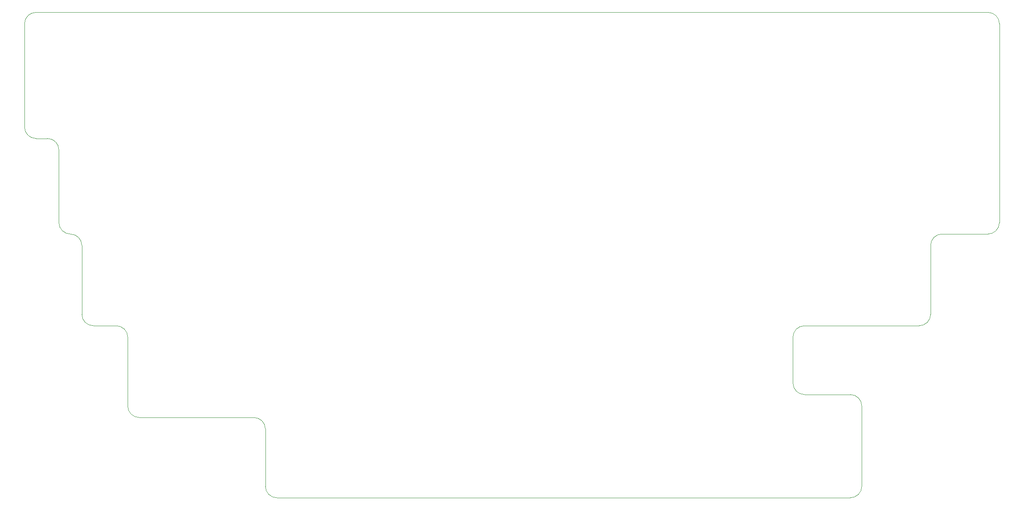
<source format=gm1>
G04 #@! TF.GenerationSoftware,KiCad,Pcbnew,(5.1.5)-3*
G04 #@! TF.CreationDate,2020-11-11T12:05:22-06:00*
G04 #@! TF.ProjectId,masochist,6d61736f-6368-4697-9374-2e6b69636164,rev?*
G04 #@! TF.SameCoordinates,Original*
G04 #@! TF.FileFunction,Profile,NP*
%FSLAX46Y46*%
G04 Gerber Fmt 4.6, Leading zero omitted, Abs format (unit mm)*
G04 Created by KiCad (PCBNEW (5.1.5)-3) date 2020-11-11 12:05:22*
%MOMM*%
%LPD*%
G04 APERTURE LIST*
%ADD10C,0.050000*%
G04 APERTURE END LIST*
D10*
X108743750Y-130175000D02*
X108743750Y-118268750D01*
X232568750Y-130175000D02*
X232568750Y-113506250D01*
X62706250Y-57943750D02*
X63500000Y-57943750D01*
X61118750Y-57943750D02*
X62706250Y-57943750D01*
X58737500Y-34131250D02*
X58737500Y-55562500D01*
X61118750Y-57943750D02*
G75*
G02X58737500Y-55562500I0J2381250D01*
G01*
X65881250Y-75406250D02*
X65881250Y-60325000D01*
X63500000Y-57943750D02*
G75*
G02X65881250Y-60325000I0J-2381250D01*
G01*
X68262500Y-77787500D02*
G75*
G02X65881250Y-75406250I0J2381250D01*
G01*
X68262500Y-31750000D02*
X61118750Y-31750000D01*
X58737500Y-34131250D02*
G75*
G02X61118750Y-31750000I2381250J0D01*
G01*
X261143750Y-75406250D02*
X261143750Y-34131250D01*
X249237500Y-77787500D02*
X258762500Y-77787500D01*
X246856250Y-94456250D02*
X246856250Y-80168750D01*
X220662500Y-96837500D02*
X244475000Y-96837500D01*
X218281250Y-108743750D02*
X218281250Y-99218750D01*
X230187500Y-111125000D02*
X220662500Y-111125000D01*
X111125000Y-132556250D02*
X230187500Y-132556250D01*
X261143750Y-75406250D02*
G75*
G02X258762500Y-77787500I-2381250J0D01*
G01*
X246856250Y-80168750D02*
G75*
G02X249237500Y-77787500I2381250J0D01*
G01*
X246856250Y-94456250D02*
G75*
G02X244475000Y-96837500I-2381250J0D01*
G01*
X218281250Y-99218750D02*
G75*
G02X220662500Y-96837500I2381250J0D01*
G01*
X220662500Y-111125000D02*
G75*
G02X218281250Y-108743750I0J2381250D01*
G01*
X230187500Y-111125000D02*
G75*
G02X232568750Y-113506250I0J-2381250D01*
G01*
X232568750Y-130175000D02*
G75*
G02X230187500Y-132556250I-2381250J0D01*
G01*
X82550000Y-115887500D02*
X106362500Y-115887500D01*
X80168750Y-99218750D02*
X80168750Y-113506250D01*
X73025000Y-96837500D02*
X77787500Y-96837500D01*
X70643750Y-80168750D02*
X70643750Y-94456250D01*
X111125000Y-132556250D02*
G75*
G02X108743750Y-130175000I0J2381250D01*
G01*
X106362500Y-115887500D02*
G75*
G02X108743750Y-118268750I0J-2381250D01*
G01*
X82550000Y-115887500D02*
G75*
G02X80168750Y-113506250I0J2381250D01*
G01*
X77787500Y-96837500D02*
G75*
G02X80168750Y-99218750I0J-2381250D01*
G01*
X73025000Y-96837500D02*
G75*
G02X70643750Y-94456250I0J2381250D01*
G01*
X68262500Y-77787500D02*
G75*
G02X70643750Y-80168750I0J-2381250D01*
G01*
X258762500Y-31750000D02*
X68262500Y-31750000D01*
X258762500Y-31750000D02*
G75*
G02X261143750Y-34131250I0J-2381250D01*
G01*
M02*

</source>
